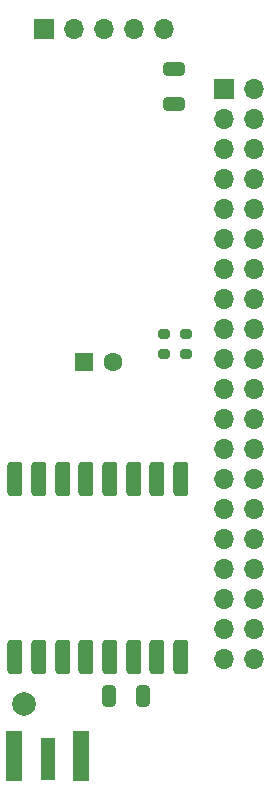
<source format=gbr>
%TF.GenerationSoftware,KiCad,Pcbnew,7.0.11-2.fc39*%
%TF.CreationDate,2024-07-01T00:46:26-07:00*%
%TF.ProjectId,george_orangepi,67656f72-6765-45f6-9f72-616e67657069,rev?*%
%TF.SameCoordinates,PX93d1cc0PY4d3f640*%
%TF.FileFunction,Soldermask,Top*%
%TF.FilePolarity,Negative*%
%FSLAX46Y46*%
G04 Gerber Fmt 4.6, Leading zero omitted, Abs format (unit mm)*
G04 Created by KiCad (PCBNEW 7.0.11-2.fc39) date 2024-07-01 00:46:26*
%MOMM*%
%LPD*%
G01*
G04 APERTURE LIST*
G04 Aperture macros list*
%AMRoundRect*
0 Rectangle with rounded corners*
0 $1 Rounding radius*
0 $2 $3 $4 $5 $6 $7 $8 $9 X,Y pos of 4 corners*
0 Add a 4 corners polygon primitive as box body*
4,1,4,$2,$3,$4,$5,$6,$7,$8,$9,$2,$3,0*
0 Add four circle primitives for the rounded corners*
1,1,$1+$1,$2,$3*
1,1,$1+$1,$4,$5*
1,1,$1+$1,$6,$7*
1,1,$1+$1,$8,$9*
0 Add four rect primitives between the rounded corners*
20,1,$1+$1,$2,$3,$4,$5,0*
20,1,$1+$1,$4,$5,$6,$7,0*
20,1,$1+$1,$6,$7,$8,$9,0*
20,1,$1+$1,$8,$9,$2,$3,0*%
G04 Aperture macros list end*
%ADD10C,2.000000*%
%ADD11RoundRect,0.250000X-0.325000X-0.650000X0.325000X-0.650000X0.325000X0.650000X-0.325000X0.650000X0*%
%ADD12RoundRect,0.200000X-0.275000X0.200000X-0.275000X-0.200000X0.275000X-0.200000X0.275000X0.200000X0*%
%ADD13RoundRect,0.317500X-0.317500X1.157500X-0.317500X-1.157500X0.317500X-1.157500X0.317500X1.157500X0*%
%ADD14R,1.700000X1.700000*%
%ADD15O,1.700000X1.700000*%
%ADD16R,1.270000X3.600000*%
%ADD17R,1.350000X4.200000*%
%ADD18RoundRect,0.250000X-0.650000X0.325000X-0.650000X-0.325000X0.650000X-0.325000X0.650000X0.325000X0*%
%ADD19C,1.600000*%
%ADD20R,1.600000X1.600000*%
G04 APERTURE END LIST*
D10*
%TO.C,TP1*%
X3000000Y-62500000D03*
%TD*%
D11*
%TO.C,C2*%
X10150000Y-61835000D03*
X13100000Y-61835000D03*
%TD*%
D12*
%TO.C,R2*%
X16705000Y-31165000D03*
X16705000Y-32815000D03*
%TD*%
%TO.C,R1*%
X14800000Y-31165000D03*
X14800000Y-32815000D03*
%TD*%
D13*
%TO.C,U2*%
X16260000Y-58470000D03*
X14260000Y-58470000D03*
X12260000Y-58470000D03*
X10260000Y-58470000D03*
X8260000Y-58470000D03*
X6260000Y-58470000D03*
X4260000Y-58470000D03*
X2260000Y-58470000D03*
X2260000Y-43420000D03*
X4260000Y-43420000D03*
X6260000Y-43420000D03*
X8260000Y-43420000D03*
X10260000Y-43420000D03*
X12260000Y-43420000D03*
X14260000Y-43420000D03*
X16260000Y-43420000D03*
%TD*%
D14*
%TO.C,J4*%
X4640000Y-5320000D03*
D15*
X7180000Y-5320000D03*
X9720000Y-5320000D03*
X12260000Y-5320000D03*
X14800000Y-5320000D03*
%TD*%
D16*
%TO.C,J2*%
X5000000Y-67087500D03*
D17*
X7825000Y-66887500D03*
X2175000Y-66887500D03*
%TD*%
D18*
%TO.C,C3*%
X15668000Y-11635000D03*
X15668000Y-8685000D03*
%TD*%
D19*
%TO.C,C1*%
X10548000Y-33528000D03*
D20*
X8048000Y-33528000D03*
%TD*%
D15*
%TO.C,J1*%
X22420000Y-58660000D03*
X19880000Y-58660000D03*
X22420000Y-56120000D03*
X19880000Y-56120000D03*
X22420000Y-53580000D03*
X19880000Y-53580000D03*
X22420000Y-51040000D03*
X19880000Y-51040000D03*
X22420000Y-48500000D03*
X19880000Y-48500000D03*
X22420000Y-45960000D03*
X19880000Y-45960000D03*
X22420000Y-43420000D03*
X19880000Y-43420000D03*
X22420000Y-40880000D03*
X19880000Y-40880000D03*
X22420000Y-38340000D03*
X19880000Y-38340000D03*
X22420000Y-35800000D03*
X19880000Y-35800000D03*
X22420000Y-33260000D03*
X19880000Y-33260000D03*
X22420000Y-30720000D03*
X19880000Y-30720000D03*
X22420000Y-28180000D03*
X19880000Y-28180000D03*
X22420000Y-25640000D03*
X19880000Y-25640000D03*
X22420000Y-23100000D03*
X19880000Y-23100000D03*
X22420000Y-20560000D03*
X19880000Y-20560000D03*
X22420000Y-18020000D03*
X19880000Y-18020000D03*
X22420000Y-15480000D03*
X19880000Y-15480000D03*
X22420000Y-12940000D03*
X19880000Y-12940000D03*
X22420000Y-10400000D03*
D14*
X19880000Y-10400000D03*
%TD*%
M02*

</source>
